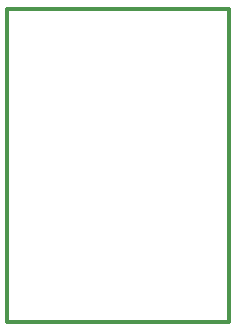
<source format=gm1>
G04 Layer_Color=16711935*
%FSLAX25Y25*%
%MOIN*%
G70*
G01*
G75*
%ADD24C,0.01181*%
D24*
X508858Y338583D02*
X582677D01*
Y234252D02*
Y338583D01*
X508858Y234252D02*
X582677D01*
X508858D02*
Y338583D01*
M02*

</source>
